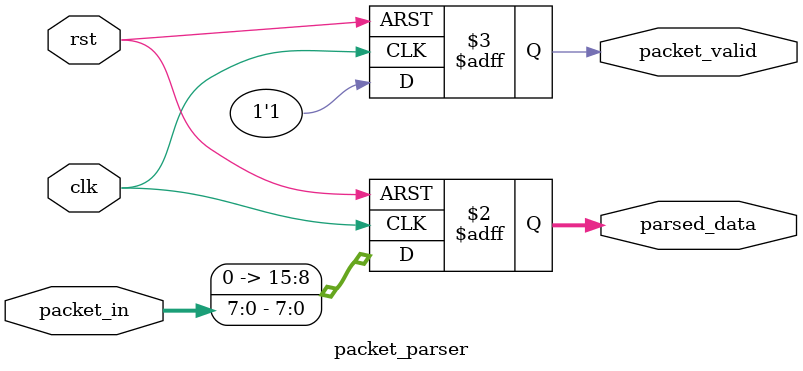
<source format=v>
module packet_parser (
    input wire clk,
    input wire rst,
    input wire [7:0] packet_in,   // 8-bit input  - could represent a byte in a stream
    output reg [15:0] parsed_data, // parsed data -  could be a header or trade info
    output reg packet_valid        // flag to indicate valid packet
);

    always @(posedge clk or posedge rst) begin
        if (rst) begin
            parsed_data <= 16'b0;
            packet_valid <= 0;
        end else begin
            // simple example of parsing
            parsed_data <= {8'b0, packet_in};  // extend packet for simplicity
            packet_valid <= 1;
        end
    end

endmodule
</source>
